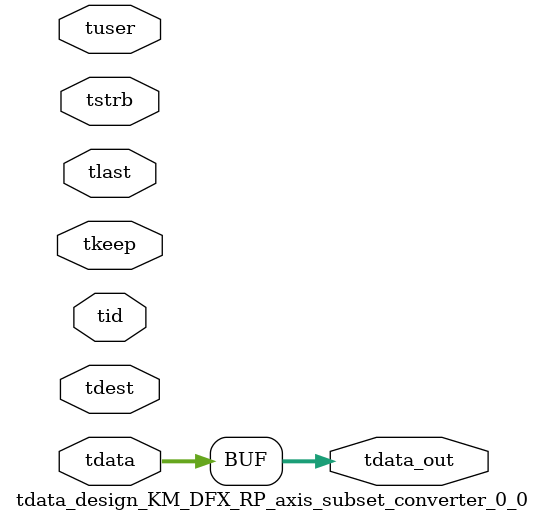
<source format=v>


`timescale 1ps/1ps

module tdata_design_KM_DFX_RP_axis_subset_converter_0_0 #
(
parameter C_S_AXIS_TDATA_WIDTH = 32,
parameter C_S_AXIS_TUSER_WIDTH = 0,
parameter C_S_AXIS_TID_WIDTH   = 0,
parameter C_S_AXIS_TDEST_WIDTH = 0,
parameter C_M_AXIS_TDATA_WIDTH = 32
)
(
input  [(C_S_AXIS_TDATA_WIDTH == 0 ? 1 : C_S_AXIS_TDATA_WIDTH)-1:0     ] tdata,
input  [(C_S_AXIS_TUSER_WIDTH == 0 ? 1 : C_S_AXIS_TUSER_WIDTH)-1:0     ] tuser,
input  [(C_S_AXIS_TID_WIDTH   == 0 ? 1 : C_S_AXIS_TID_WIDTH)-1:0       ] tid,
input  [(C_S_AXIS_TDEST_WIDTH == 0 ? 1 : C_S_AXIS_TDEST_WIDTH)-1:0     ] tdest,
input  [(C_S_AXIS_TDATA_WIDTH/8)-1:0 ] tkeep,
input  [(C_S_AXIS_TDATA_WIDTH/8)-1:0 ] tstrb,
input                                                                    tlast,
output [C_M_AXIS_TDATA_WIDTH-1:0] tdata_out
);

assign tdata_out = {tdata[63:0]};

endmodule


</source>
